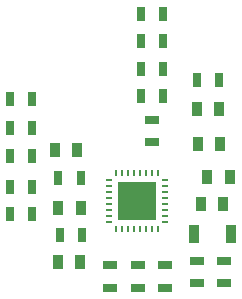
<source format=gbp>
G04*
G04 #@! TF.GenerationSoftware,Altium Limited,Altium Designer,19.1.7 (138)*
G04*
G04 Layer_Color=128*
%FSLAX44Y44*%
%MOMM*%
G71*
G01*
G75*
%ADD31R,3.3000X3.3000*%
%ADD32R,0.2300X0.6000*%
%ADD33R,0.6000X0.2300*%
%ADD34R,1.3000X0.7000*%
%ADD35R,0.9000X1.3000*%
%ADD36R,0.9000X1.6000*%
%ADD37R,0.7000X1.3000*%
D31*
X250000Y250000D02*
D03*
D32*
X267500Y274000D02*
D03*
X262500D02*
D03*
X257500D02*
D03*
X252500D02*
D03*
X247500D02*
D03*
X242500D02*
D03*
X237500D02*
D03*
X232500D02*
D03*
Y226000D02*
D03*
X237500D02*
D03*
X242500D02*
D03*
X247500D02*
D03*
X252500D02*
D03*
X257500D02*
D03*
X262500D02*
D03*
X267500D02*
D03*
D33*
X226000Y267500D02*
D03*
Y262500D02*
D03*
Y257500D02*
D03*
Y252500D02*
D03*
Y247500D02*
D03*
Y242500D02*
D03*
Y237500D02*
D03*
Y232500D02*
D03*
X274000D02*
D03*
Y237500D02*
D03*
Y242500D02*
D03*
Y247500D02*
D03*
Y252500D02*
D03*
Y257500D02*
D03*
Y262500D02*
D03*
Y267500D02*
D03*
D34*
X227000Y176500D02*
D03*
Y195500D02*
D03*
X251000Y176500D02*
D03*
Y195500D02*
D03*
X274000Y195500D02*
D03*
Y176500D02*
D03*
X301000Y180500D02*
D03*
Y199500D02*
D03*
X324000Y199500D02*
D03*
Y180500D02*
D03*
X263000Y299500D02*
D03*
Y318500D02*
D03*
D35*
X320500Y298000D02*
D03*
X301500D02*
D03*
X323000Y247000D02*
D03*
X304000D02*
D03*
X328500Y270000D02*
D03*
X309500D02*
D03*
X319500Y328000D02*
D03*
X300500D02*
D03*
X183000Y198000D02*
D03*
X202000D02*
D03*
X202500Y244000D02*
D03*
X183500D02*
D03*
X199500Y293000D02*
D03*
X180500D02*
D03*
D36*
X329500Y222000D02*
D03*
X298500D02*
D03*
D37*
X300500Y352000D02*
D03*
X319500D02*
D03*
X272500Y339000D02*
D03*
X253500D02*
D03*
X253500Y362000D02*
D03*
X272500D02*
D03*
X272500Y385000D02*
D03*
X253500D02*
D03*
X253500Y408000D02*
D03*
X272500D02*
D03*
X184500Y221000D02*
D03*
X203500D02*
D03*
X202500Y269000D02*
D03*
X183500D02*
D03*
X161500Y239000D02*
D03*
X142500D02*
D03*
X142500Y262000D02*
D03*
X161500D02*
D03*
X161500Y288000D02*
D03*
X142500D02*
D03*
Y312000D02*
D03*
X161500D02*
D03*
X142500Y336000D02*
D03*
X161500D02*
D03*
M02*

</source>
